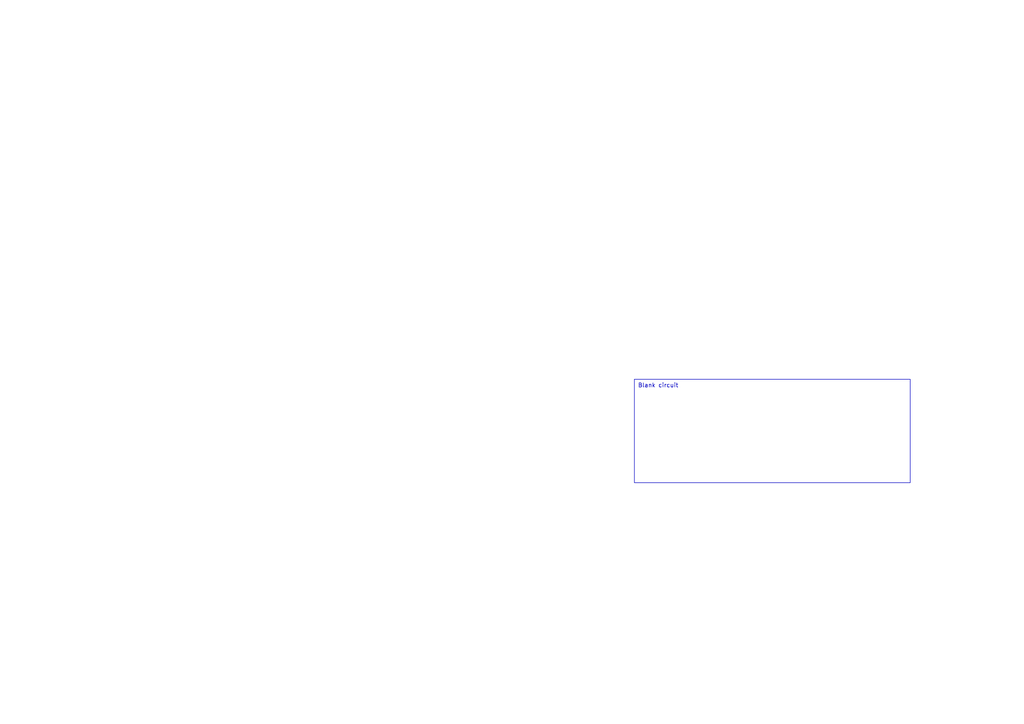
<source format=kicad_sch>
(kicad_sch
	(version 20250114)
	(generator "circuit_synth")
	(generator_version "0.8.36")
	(uuid "a888c048-ddd0-4551-9ca2-7eea0b93bfca")
	(paper "A4")
	(title_block
		(title "blank")
	)
	(lib_symbols)
	(text_box "Blank circuit"
		(exclude_from_sim no)
		(at 184 110 0)
		(size 80 30)
		(margins 1 1 1 1)
		(stroke
			(width 0)
			(type solid)
		)
		(fill
			(type none)
		)
		(effects
			(font
				(size 1.2 1.2)
			)
			(justify left top)
		)
		(uuid "8e0da839-6431-472a-b03d-54d07c551e0d")
	)
	(sheet_instances
		(path "/"
			(page "1")
		)
	)
	(embedded_fonts no)
)

</source>
